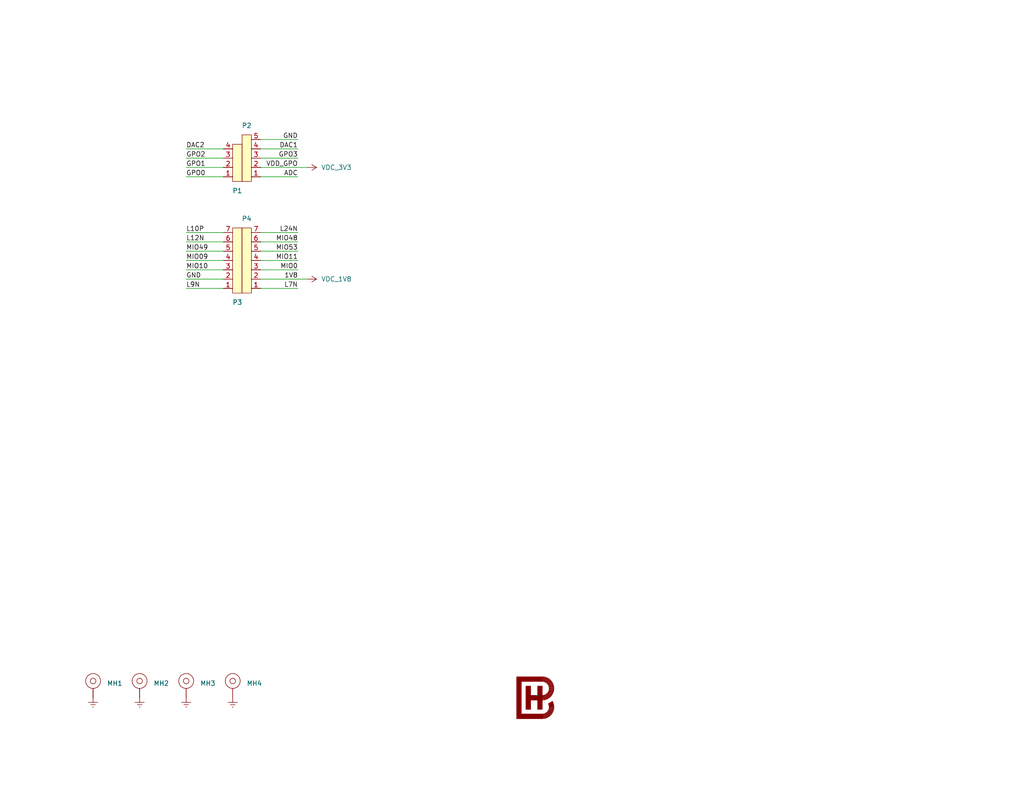
<source format=kicad_sch>
(kicad_sch (version 20231120) (generator "eeschema") (generator_version "8.0")
  (paper "A")
  (title_block (title "${PROJECT_NAME}") (rev "${PCB_REVISION}") (company "BRENDANHAINES.COM"))
  (lib_symbols
    (symbol "bh:GND" (power) (pin_names (offset 0))
      (symbol "GND_0_1"
        (polyline (pts (xy -0.635 -1.905) (xy 0.635 -1.905)))
        (polyline (pts (xy -0.127 -2.54) (xy 0.127 -2.54)))
        (polyline (pts (xy 0 -1.27) (xy 0 0)))
        (polyline (pts (xy 1.27 -1.27) (xy -1.27 -1.27)))
      )
      (symbol "GND_1_1"
        (pin power_in line (at 0 0 90) (length 0) hide (name "GND") (number "1"))
      )
    )
    (symbol "bh:Header_1_4" (pin_names (offset 1.016) hide)
      (property "Reference" "P" (at 0 0 0))
      (property "Value" "Header_1_4" (at 0 0 0))
      (symbol "Header_1_4_0_1"
        (rectangle (start 0 0) (end 2.54 -10.16) (fill (type background)))
      )
      (symbol "Header_1_4_1_1"
        (pin passive line (at -2.54 -1.27 0) (length 2.54) (name "~") (number "1"))
        (pin passive line (at -2.54 -3.81 0) (length 2.54) (name "~") (number "2"))
        (pin passive line (at -2.54 -6.35 0) (length 2.54) (name "~") (number "3"))
        (pin passive line (at -2.54 -8.89 0) (length 2.54) (name "~") (number "4"))
      )
    )
    (symbol "bh:Header_1_5" (pin_names (offset 1.016) hide)
      (property "Reference" "P" (at 0 0 0))
      (property "Value" "Header_1_5" (at 0 0 0))
      (symbol "Header_1_5_0_1"
        (rectangle (start 0 0) (end 2.54 -12.7) (fill (type background)))
      )
      (symbol "Header_1_5_1_1"
        (pin passive line (at -2.54 -1.27 0) (length 2.54) (name "~") (number "1"))
        (pin passive line (at -2.54 -3.81 0) (length 2.54) (name "~") (number "2"))
        (pin passive line (at -2.54 -6.35 0) (length 2.54) (name "~") (number "3"))
        (pin passive line (at -2.54 -8.89 0) (length 2.54) (name "~") (number "4"))
        (pin passive line (at -2.54 -11.43 0) (length 2.54) (name "~") (number "5"))
      )
    )
    (symbol "bh:Header_1_7" (pin_names (offset 1.016) hide)
      (property "Reference" "P" (at 0 0 0))
      (property "Value" "Header_1_7" (at 0 0 0))
      (symbol "Header_1_7_0_1"
        (rectangle (start 0 0) (end 2.54 -17.78) (fill (type background)))
      )
      (symbol "Header_1_7_1_1"
        (pin passive line (at -2.54 -1.27 0) (length 2.54) (name "~") (number "1"))
        (pin passive line (at -2.54 -3.81 0) (length 2.54) (name "~") (number "2"))
        (pin passive line (at -2.54 -6.35 0) (length 2.54) (name "~") (number "3"))
        (pin passive line (at -2.54 -8.89 0) (length 2.54) (name "~") (number "4"))
        (pin passive line (at -2.54 -11.43 0) (length 2.54) (name "~") (number "5"))
        (pin passive line (at -2.54 -13.97 0) (length 2.54) (name "~") (number "6"))
        (pin passive line (at -2.54 -16.51 0) (length 2.54) (name "~") (number "7"))
      )
    )
    (symbol "bh:LOGO_BH" (in_bom no)
      (symbol "LOGO_BH_0_1"
        (rectangle (start -5.08 -4.445) (end 1.905 -5.715) (fill (type outline)))
        (rectangle (start -5.08 4.445) (end -3.81 -4.445) (fill (type outline)))
        (rectangle (start -5.08 5.715) (end 1.905 4.445) (fill (type outline)))
        (rectangle (start -2.54 3.175) (end -1.27 -3.175) (fill (type outline)))
        (rectangle (start -1.27 0.635) (end 0.635 -0.635) (fill (type outline)))
        (polyline (pts (xy 1.905 0.635) (xy 1.905 -0.635)))
        (polyline (pts (xy 3.7084 -1.8542) (xy 3.7084 -1.6002)))
        (polyline (pts (xy 4.6482 -0.9906) (xy 4.572 -1.1684)))
        (polyline (pts (xy 4.7244 -1.1176) (xy 4.4704 -1.1684)))
        (polyline (pts (xy 4.8006 -1.2446) (xy 4.2418 -1.2954)))
        (polyline (pts (xy 4.8514 -1.3716) (xy 4.064 -1.4224)))
        (polyline (pts (xy 4.953 -2.54) (xy 4.9022 -1.778)))
        (polyline (pts (xy 3.81 -2.54) (xy 3.81 -2.3622) (xy 3.7846 -2.2098) (xy 3.7338 -2.032) (xy 3.683 -1.8796) (xy 3.6322 -1.7272) (xy 3.5814 -1.6002) (xy 3.7338 -1.524) (xy 3.8862 -1.4478) (xy 4.1148 -1.3208) (xy 4.2926 -1.2192) (xy 4.4704 -1.0922) (xy 4.6482 -0.9652) (xy 4.7498 -1.143) (xy 4.8514 -1.3462) (xy 4.9276 -1.5748) (xy 4.9784 -1.778) (xy 5.0292 -1.9812) (xy 5.0546 -2.1844) (xy 5.08 -2.54)))
        (rectangle (start 0.635 3.175) (end 1.905 -3.175) (fill (type outline)))
        (arc (start 1.905 -5.715) (mid 4.1501 -4.7851) (end 5.08 -2.54))
        (arc (start 1.905 -5.588) (mid 4.0603 -4.6953) (end 4.953 -2.54))
        (arc (start 1.905 -5.461) (mid 3.9705 -4.6055) (end 4.826 -2.54))
        (arc (start 1.905 -5.334) (mid 3.8807 -4.5157) (end 4.699 -2.54))
        (arc (start 1.905 -5.207) (mid 3.7909 -4.4259) (end 4.572 -2.54))
        (arc (start 1.905 -5.08) (mid 3.7011 -4.3361) (end 4.445 -2.54))
        (arc (start 1.905 -4.953) (mid 3.6112 -4.2462) (end 4.318 -2.54))
        (arc (start 1.905 -4.826) (mid 3.5214 -4.1564) (end 4.191 -2.54))
        (arc (start 1.905 -4.699) (mid 3.4316 -4.0666) (end 4.064 -2.54))
        (arc (start 1.905 -4.572) (mid 3.3418 -3.9768) (end 3.937 -2.54))
        (arc (start 1.905 -4.445) (mid 3.252 -3.887) (end 3.81 -2.54))
        (arc (start 1.905 -0.635) (mid 4.1501 0.2949) (end 5.08 2.54))
        (arc (start 1.905 -0.508) (mid 4.0603 0.3847) (end 4.953 2.54))
        (arc (start 1.905 -0.381) (mid 3.9705 0.4745) (end 4.826 2.54))
        (arc (start 1.905 -0.254) (mid 3.8807 0.5643) (end 4.699 2.54))
        (arc (start 1.905 -0.127) (mid 3.7909 0.6541) (end 4.572 2.54))
        (arc (start 1.905 0) (mid 3.7011 0.7439) (end 4.445 2.54))
        (arc (start 1.905 0.127) (mid 3.6112 0.8338) (end 4.318 2.54))
        (arc (start 1.905 0.254) (mid 3.5214 0.9236) (end 4.191 2.54))
        (arc (start 1.905 0.381) (mid 3.4316 1.0134) (end 4.064 2.54))
        (arc (start 1.905 0.508) (mid 3.3418 1.1032) (end 3.937 2.54))
        (arc (start 1.905 0.635) (mid 3.252 1.193) (end 3.81 2.54))
        (rectangle (start 3.81 -1.524) (end 4.826 -2.54) (fill (type outline)))
        (arc (start 3.81 2.54) (mid 3.252 3.887) (end 1.905 4.445))
        (arc (start 3.937 2.54) (mid 3.3418 3.9768) (end 1.905 4.572))
        (arc (start 4.064 2.54) (mid 3.4316 4.0666) (end 1.905 4.699))
        (arc (start 4.191 2.54) (mid 3.5214 4.1564) (end 1.905 4.826))
        (arc (start 4.318 2.54) (mid 3.6112 4.2462) (end 1.905 4.953))
        (arc (start 4.445 2.54) (mid 3.7011 4.3361) (end 1.905 5.08))
        (arc (start 4.572 2.54) (mid 3.7909 4.4259) (end 1.905 5.207))
        (arc (start 4.699 2.54) (mid 3.8807 4.5157) (end 1.905 5.334))
        (arc (start 4.826 2.54) (mid 3.9705 4.6055) (end 1.905 5.461))
        (arc (start 4.953 2.54) (mid 4.0603 4.6953) (end 1.905 5.588))
        (arc (start 5.08 2.54) (mid 4.1501 4.7851) (end 1.905 5.715))
      )
    )
    (symbol "bh:Mounting_Hole" (pin_numbers hide) (pin_names (offset 0.762) hide)
      (property "Reference" "MH" (at 0 7.62 0))
      (symbol "Mounting_Hole_0_1"
        (circle (center 0 4.572) (radius 0.762))
        (circle (center 0 4.572) (radius 2.032))
      )
      (symbol "Mounting_Hole_1_1"
        (pin passive line (at 0 0 90) (length 2.54) (name "1") (number "1"))
      )
    )
    (symbol "bh:VDC_1V8" (power) (pin_names (offset 0))
      (property "Value" "VDC_1V8" (at 0 3.556 0))
      (symbol "VDC_1V8_0_1"
        (polyline (pts (xy -0.762 1.27) (xy 0 2.54)))
        (polyline (pts (xy 0 0) (xy 0 2.54)))
        (polyline (pts (xy 0 2.54) (xy 0.762 1.27)))
      )
      (symbol "VDC_1V8_1_1"
        (pin power_in line (at 0 0 90) (length 0) hide (name "VDC_1V8") (number "1"))
      )
    )
    (symbol "bh:VDC_3V3" (power) (pin_names (offset 0))
      (property "Value" "VDC_3V3" (at 0 3.556 0))
      (symbol "VDC_3V3_0_1"
        (polyline (pts (xy -0.762 1.27) (xy 0 2.54)))
        (polyline (pts (xy 0 0) (xy 0 2.54)))
        (polyline (pts (xy 0 2.54) (xy 0.762 1.27)))
      )
      (symbol "VDC_3V3_1_1"
        (pin power_in line (at 0 0 90) (length 0) hide (name "VDC_3V3") (number "1"))
      )
    )
  )
  (wire (pts (xy 71.12 48.26) (xy 81.28 48.26)))
  (wire (pts (xy 71.12 68.58) (xy 81.28 68.58)))
  (wire (pts (xy 71.12 73.66) (xy 81.28 73.66)))
  (wire (pts (xy 50.8 40.64) (xy 60.96 40.64)))
  (wire (pts (xy 50.8 71.12) (xy 60.96 71.12)))
  (wire (pts (xy 50.8 43.18) (xy 60.96 43.18)))
  (wire (pts (xy 71.12 71.12) (xy 81.28 71.12)))
  (wire (pts (xy 71.12 38.1) (xy 81.28 38.1)))
  (wire (pts (xy 50.8 66.04) (xy 60.96 66.04)))
  (wire (pts (xy 50.8 73.66) (xy 60.96 73.66)))
  (wire (pts (xy 71.12 40.64) (xy 81.28 40.64)))
  (wire (pts (xy 50.8 48.26) (xy 60.96 48.26)))
  (wire (pts (xy 71.12 78.74) (xy 81.28 78.74)))
  (wire (pts (xy 50.8 63.5) (xy 60.96 63.5)))
  (wire (pts (xy 50.8 45.72) (xy 60.96 45.72)))
  (wire (pts (xy 71.12 66.04) (xy 81.28 66.04)))
  (wire (pts (xy 71.12 76.2) (xy 83.82 76.2)))
  (wire (pts (xy 71.12 45.72) (xy 83.82 45.72)))
  (wire (pts (xy 71.12 43.18) (xy 81.28 43.18)))
  (wire (pts (xy 71.12 63.5) (xy 81.28 63.5)))
  (wire (pts (xy 50.8 78.74) (xy 60.96 78.74)))
  (wire (pts (xy 50.8 76.2) (xy 60.96 76.2)))
  (wire (pts (xy 50.8 68.58) (xy 60.96 68.58)))
  (label "MIO0" (at 81.28 73.66 180))
  (label "MIO48" (at 81.28 66.04 180))
  (label "VDD_GPO" (at 81.28 45.72 180))
  (label "GND" (at 81.28 38.1 180))
  (label "DAC2" (at 50.8 40.64 0))
  (label "GPO1" (at 50.8 45.72 0))
  (label "GPO0" (at 50.8 48.26 0))
  (label "MIO09" (at 50.8 71.12 0))
  (label "L7N" (at 81.28 78.74 180))
  (label "1V8" (at 81.28 76.2 180))
  (label "L12N" (at 50.8 66.04 0))
  (label "L9N" (at 50.8 78.74 0))
  (label "MIO11" (at 81.28 71.12 180))
  (label "MIO49" (at 50.8 68.58 0))
  (label "L24N" (at 81.28 63.5 180))
  (label "GPO3" (at 81.28 43.18 180))
  (label "ADC" (at 81.28 48.26 180))
  (label "DAC1" (at 81.28 40.64 180))
  (label "GPO2" (at 50.8 43.18 0))
  (label "MIO10" (at 50.8 73.66 0))
  (label "GND" (at 50.8 76.2 0))
  (label "L10P" (at 50.8 63.5 0))
  (label "MIO53" (at 81.28 68.58 180))
  (symbol (lib_id "bh:VDC_3V3") (at 83.82 45.72 270) (unit 1)
    (property "Reference" "#PWR05" (effects (hide yes)))
    (property "Value" "VDC_3V3" (at 87.63 45.7199 90) (effects (justify left)))
    (property "Description" "Power Symbol" (effects (hide yes)))
  )
  (symbol (lib_id "bh:LOGO_BH") (at 146.05 190.5 0) (unit 1) (in_bom no)
    (property "Reference" "LOGO1" (effects (hide yes)))
    (property "Value" "~" (at 146.685 189.865 0))
    (property "Footprint" "common:LOGO_BH" (effects (hide yes)))
  )
  (symbol (lib_id "bh:Header_1_7") (at 63.5 80.01 0) (mirror x) (unit 1)
    (property "Reference" "P3" (at 64.77 82.55 0))
    (property "Value" "Header_1_7" (effects (hide yes)))
    (property "Footprint" "common:PinHeader_1x07_P2.54mm_Vertical" (effects (hide yes)))
    (property "Description" "Header, 1x7" (effects (hide yes)))
    (property "mfr" "Samtec, Inc." (effects (hide yes)))
    (property "mpn" "TSW-107-05-G-S" (effects (hide yes)))
    (property "Supplier" "Samtec, Inc" (effects (hide yes)))
    (property "SupplierPartNumber" "TSW-107-05-G-S" (effects (hide yes)))
  )
  (symbol (lib_id "bh:Mounting_Hole") (at 63.5 190.5 0) (unit 1)
    (property "Reference" "MH4" (at 67.31 186.563 0) (effects (justify left)))
    (property "Value" "Mounting_Hole" (effects (hide yes)))
    (property "Footprint" "common:MH120X230_#4" (effects (hide yes)))
  )
  (symbol (lib_id "bh:Header_1_7") (at 68.58 80.01 180) (unit 1)
    (property "Reference" "P4" (at 67.31 59.69 0))
    (property "Value" "Header_1_7" (effects (hide yes)))
    (property "Footprint" "common:PinHeader_1x07_P2.54mm_Vertical" (effects (hide yes)))
    (property "Description" "Header, 1x7" (effects (hide yes)))
    (property "mfr" "Samtec, Inc." (effects (hide yes)))
    (property "mpn" "TSW-107-05-G-S" (effects (hide yes)))
    (property "Supplier" "Samtec, Inc" (effects (hide yes)))
    (property "SupplierPartNumber" "TSW-107-05-G-S" (effects (hide yes)))
  )
  (symbol (lib_id "bh:GND") (at 38.1 190.5 0) (unit 1)
    (property "Reference" "#PWR02" (effects (hide yes)))
    (property "Value" "GND" (effects (hide yes)))
  )
  (symbol (lib_id "bh:Header_1_4") (at 63.5 49.53 0) (mirror x) (unit 1)
    (property "Reference" "P1" (at 64.77 52.07 0))
    (property "Value" "Header_1_4" (effects (hide yes)))
    (property "Footprint" "common:PinHeader_1x04_P2.54mm_Vertical" (effects (hide yes)))
    (property "Description" "Header, 1x4" (effects (hide yes)))
    (property "mfr" "Samtec, Inc." (effects (hide yes)))
    (property "mpn" "TSW-104-05-G-S" (effects (hide yes)))
    (property "Supplier" "Samtec, Inc" (effects (hide yes)))
    (property "SupplierPartNumber" "TSW-104-05-G-S" (effects (hide yes)))
  )
  (symbol (lib_id "bh:VDC_1V8") (at 83.82 76.2 270) (unit 1)
    (property "Reference" "#PWR06" (effects (hide yes)))
    (property "Value" "VDC_1V8" (at 87.63 76.1999 90) (effects (justify left)))
    (property "Description" "Power Symbol" (effects (hide yes)))
  )
  (symbol (lib_id "bh:GND") (at 25.4 190.5 0) (unit 1)
    (property "Reference" "#PWR01" (effects (hide yes)))
    (property "Value" "GND" (effects (hide yes)))
  )
  (symbol (lib_id "bh:Mounting_Hole") (at 50.8 190.5 0) (unit 1)
    (property "Reference" "MH3" (at 54.61 186.563 0) (effects (justify left)))
    (property "Value" "Mounting_Hole" (effects (hide yes)))
    (property "Footprint" "common:MH120X230_#4" (effects (hide yes)))
  )
  (symbol (lib_id "bh:Header_1_5") (at 68.58 49.53 180) (unit 1)
    (property "Reference" "P2" (at 67.31 34.29 0))
    (property "Value" "Header_1_5" (effects (hide yes)))
    (property "Footprint" "common:PinHeader_1x05_P2.54mm_Vertical" (effects (hide yes)))
    (property "Description" "Header, 1x5" (effects (hide yes)))
    (property "mfr" "Samtec, Inc." (effects (hide yes)))
    (property "mpn" "TSW-105-05-G-S" (effects (hide yes)))
    (property "Supplier" "Samtec, Inc" (effects (hide yes)))
    (property "SupplierPartNumber" "TSW-105-05-G-S" (effects (hide yes)))
  )
  (symbol (lib_id "bh:Mounting_Hole") (at 25.4 190.5 0) (unit 1)
    (property "Reference" "MH1" (at 29.21 186.563 0) (effects (justify left)))
    (property "Value" "Mounting_Hole" (effects (hide yes)))
    (property "Footprint" "common:MH120X230_#4" (effects (hide yes)))
  )
  (symbol (lib_id "bh:GND") (at 63.5 190.5 0) (unit 1)
    (property "Reference" "#PWR04" (effects (hide yes)))
    (property "Value" "GND" (effects (hide yes)))
  )
  (symbol (lib_id "bh:GND") (at 50.8 190.5 0) (unit 1)
    (property "Reference" "#PWR03" (effects (hide yes)))
    (property "Value" "GND" (effects (hide yes)))
  )
  (symbol (lib_id "bh:Mounting_Hole") (at 38.1 190.5 0) (unit 1)
    (property "Reference" "MH2" (at 41.91 186.563 0) (effects (justify left)))
    (property "Value" "Mounting_Hole" (effects (hide yes)))
    (property "Footprint" "common:MH120X230_#4" (effects (hide yes)))
  )
)
</source>
